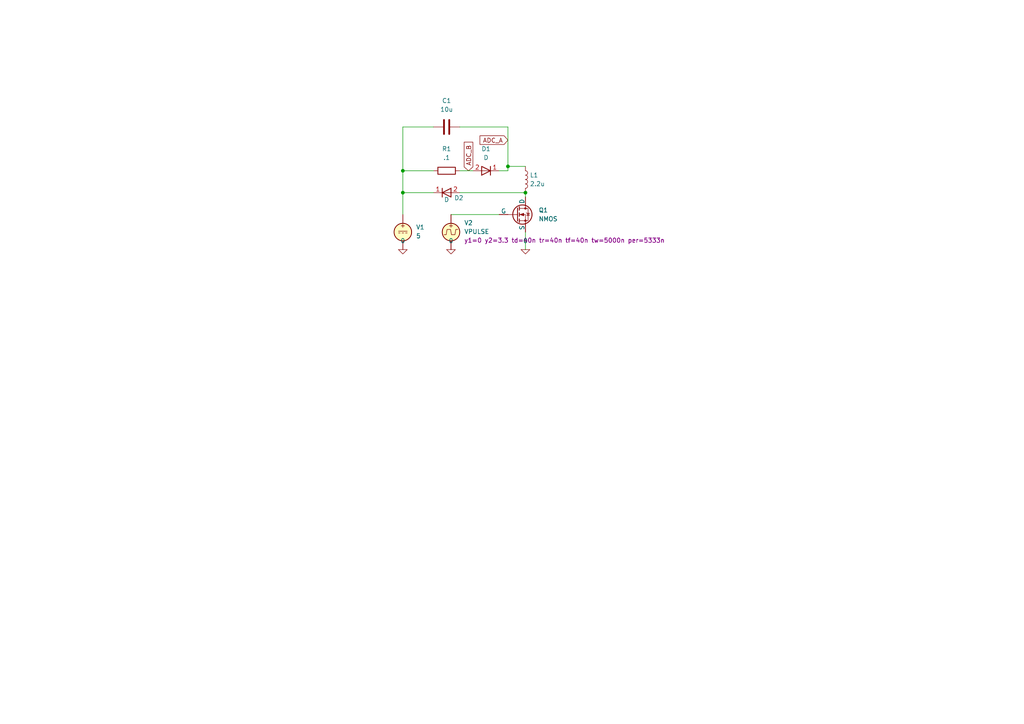
<source format=kicad_sch>
(kicad_sch (version 20231120) (generator "eeschema") (generator_version "8.0")
  (paper "A4")
  (lib_symbols
    (symbol "Device:C" (pin_numbers hide) (pin_names (offset 0.254))
      (property "Reference" "C" (at 0.635 2.54 0))
      (property "Value" "C" (at 0.635 -2.54 0))
      (symbol "C_0_1"
        (polyline (pts (xy -2.032 -0.762) (xy 2.032 -0.762)) (stroke (width 0.508)))
        (polyline (pts (xy -2.032 0.762) (xy 2.032 0.762)) (stroke (width 0.508)))
      )
      (symbol "C_1_1"
        (pin passive line (at 0 3.81 270) (length 2.794) (name "~") (number "1"))
        (pin passive line (at 0 -3.81 90) (length 2.794) (name "~") (number "2"))
      )
    )
    (symbol "Device:L" (pin_numbers hide) (pin_names (offset 1.016) hide)
      (property "Reference" "L" (at -1.27 0 90))
      (property "Value" "L" (at 1.905 0 90))
      (symbol "L_0_1"
        (arc (start 0 -2.54) (mid 0.6323 -1.905) (end 0 -1.27))
        (arc (start 0 -1.27) (mid 0.6323 -0.635) (end 0 0))
        (arc (start 0 0) (mid 0.6323 0.635) (end 0 1.27))
        (arc (start 0 1.27) (mid 0.6323 1.905) (end 0 2.54))
      )
      (symbol "L_1_1"
        (pin passive line (at 0 3.81 270) (length 1.27) (name "1") (number "1"))
        (pin passive line (at 0 -3.81 90) (length 1.27) (name "2") (number "2"))
      )
    )
    (symbol "Device:R" (pin_numbers hide) (pin_names (offset 0))
      (property "Reference" "R" (at 2.032 0 90))
      (property "Value" "R" (at 0 0 90))
      (symbol "R_0_1"
        (rectangle (start -1.016 -2.54) (end 1.016 2.54) (stroke (width 0.254)))
      )
      (symbol "R_1_1"
        (pin passive line (at 0 3.81 270) (length 1.27) (name "~") (number "1"))
        (pin passive line (at 0 -3.81 90) (length 1.27) (name "~") (number "2"))
      )
    )
    (symbol "Simulation_SPICE:0" (power) (pin_numbers hide) (pin_names (offset 0) hide)
      (property "Value" "0" (at 0 -2.54 0))
      (symbol "0_0_1"
        (polyline (pts (xy -1.27 0) (xy 0 -1.27) (xy 1.27 0) (xy -1.27 0)))
      )
      (symbol "0_1_1"
        (pin power_in line (at 0 0 0) (length 0) (name "~") (number "1"))
      )
    )
    (symbol "Simulation_SPICE:D" (pin_names (offset 1.016) hide)
      (property "Reference" "D" (at 0 2.54 0))
      (property "Value" "D" (at 0 -2.54 0))
      (symbol "D_0_1"
        (polyline (pts (xy -1.27 1.27) (xy -1.27 -1.27)) (stroke (width 0.254)))
        (polyline (pts (xy 1.27 0) (xy -1.27 0)))
        (polyline (pts (xy 1.27 1.27) (xy 1.27 -1.27) (xy -1.27 0) (xy 1.27 1.27)) (stroke (width 0.254)))
      )
      (symbol "D_1_1"
        (pin passive line (at -3.81 0 0) (length 2.54) (name "K") (number "1"))
        (pin passive line (at 3.81 0 180) (length 2.54) (name "A") (number "2"))
      )
    )
    (symbol "Simulation_SPICE:NMOS" (pin_numbers hide) (pin_names (offset 0))
      (property "Reference" "Q" (at 5.08 1.27 0))
      (property "Value" "NMOS" (at 5.08 -1.27 0))
      (symbol "NMOS_0_1"
        (polyline (pts (xy 0.254 0) (xy -2.54 0)))
        (polyline (pts (xy 0.254 1.905) (xy 0.254 -1.905)) (stroke (width 0.254)))
        (polyline (pts (xy 0.762 -1.27) (xy 0.762 -2.286)) (stroke (width 0.254)))
        (polyline (pts (xy 0.762 0.508) (xy 0.762 -0.508)) (stroke (width 0.254)))
        (polyline (pts (xy 0.762 2.286) (xy 0.762 1.27)) (stroke (width 0.254)))
        (polyline (pts (xy 2.54 2.54) (xy 2.54 1.778)))
        (polyline (pts (xy 2.54 -2.54) (xy 2.54 0) (xy 0.762 0)))
        (polyline (pts (xy 0.762 -1.778) (xy 3.302 -1.778) (xy 3.302 1.778) (xy 0.762 1.778)))
        (polyline (pts (xy 1.016 0) (xy 2.032 0.381) (xy 2.032 -0.381) (xy 1.016 0)) (fill (type outline)))
        (polyline (pts (xy 2.794 0.508) (xy 2.921 0.381) (xy 3.683 0.381) (xy 3.81 0.254)))
        (polyline (pts (xy 3.302 0.381) (xy 2.921 -0.254) (xy 3.683 -0.254) (xy 3.302 0.381)))
        (circle (center 1.651 0) (radius 2.794) (stroke (width 0.254)))
        (circle (center 2.54 -1.778) (radius 0.254) (fill (type outline)))
        (circle (center 2.54 1.778) (radius 0.254) (fill (type outline)))
      )
      (symbol "NMOS_1_1"
        (pin passive line (at 2.54 5.08 270) (length 2.54) (name "D") (number "1"))
        (pin input line (at -5.08 0 0) (length 2.54) (name "G") (number "2"))
        (pin passive line (at 2.54 -5.08 90) (length 2.54) (name "S") (number "3"))
      )
    )
    (symbol "Simulation_SPICE:VDC" (pin_numbers hide) (pin_names (offset 0.0254))
      (property "Reference" "V" (at 2.54 2.54 0))
      (property "Value" "1" (at 2.54 0 0))
      (symbol "VDC_0_0"
        (polyline (pts (xy -1.27 0.254) (xy 1.27 0.254)))
        (polyline (pts (xy -0.762 -0.254) (xy -1.27 -0.254)))
        (polyline (pts (xy 0.254 -0.254) (xy -0.254 -0.254)))
        (polyline (pts (xy 1.27 -0.254) (xy 0.762 -0.254)))
        (text "+" (at 0 1.905 0) (effects (font (size 1.27 1.27))))
      )
      (symbol "VDC_0_1"
        (circle (center 0 0) (radius 2.54) (stroke (width 0.254)) (fill (type background)))
      )
      (symbol "VDC_1_1"
        (pin passive line (at 0 5.08 270) (length 2.54) (name "~") (number "1"))
        (pin passive line (at 0 -5.08 90) (length 2.54) (name "~") (number "2"))
      )
    )
    (symbol "Simulation_SPICE:VPULSE" (pin_numbers hide) (pin_names (offset 0.0254))
      (property "Reference" "V" (at 2.54 2.54 0))
      (property "Value" "VPULSE" (at 2.54 0 0))
      (property "Sim.Params" "y1=0 y2=1 td=2n tr=2n tf=2n tw=50n per=100n" (at 2.54 -2.54 0))
      (symbol "VPULSE_0_0"
        (polyline (pts (xy -2.032 -0.762) (xy -1.397 -0.762) (xy -1.143 0.762) (xy -0.127 0.762) (xy 0.127 -0.762) (xy 1.143 -0.762) (xy 1.397 0.762) (xy 2.032 0.762)))
        (text "+" (at 0 1.905 0) (effects (font (size 1.27 1.27))))
      )
      (symbol "VPULSE_0_1"
        (circle (center 0 0) (radius 2.54) (stroke (width 0.254)) (fill (type background)))
      )
      (symbol "VPULSE_1_1"
        (pin passive line (at 0 5.08 270) (length 2.54) (name "~") (number "1"))
        (pin passive line (at 0 -5.08 90) (length 2.54) (name "~") (number "2"))
      )
    )
  )
  (junction (at 147.32 48.26))
  (junction (at 116.84 49.53))
  (junction (at 152.4 55.88))
  (junction (at 116.84 55.88))
  (wire (pts (xy 147.32 48.26) (xy 147.32 49.53)))
  (wire (pts (xy 147.32 48.26) (xy 152.4 48.26)))
  (wire (pts (xy 133.35 49.53) (xy 137.16 49.53)))
  (wire (pts (xy 116.84 49.53) (xy 116.84 55.88)))
  (wire (pts (xy 147.32 36.83) (xy 147.32 48.26)))
  (wire (pts (xy 116.84 36.83) (xy 116.84 49.53)))
  (wire (pts (xy 125.73 49.53) (xy 116.84 49.53)))
  (wire (pts (xy 116.84 55.88) (xy 125.73 55.88)))
  (wire (pts (xy 144.78 49.53) (xy 147.32 49.53)))
  (wire (pts (xy 152.4 67.31) (xy 152.4 72.39)))
  (wire (pts (xy 125.73 36.83) (xy 116.84 36.83)))
  (wire (pts (xy 152.4 55.88) (xy 152.4 57.15)))
  (wire (pts (xy 133.35 55.88) (xy 152.4 55.88)))
  (wire (pts (xy 133.35 36.83) (xy 147.32 36.83)))
  (wire (pts (xy 116.84 55.88) (xy 116.84 62.23)))
  (wire (pts (xy 130.81 62.23) (xy 144.78 62.23)))
  (global_label "ADC_B" (shape input) (at 135.89 49.53 90) (property "Intersheetrefs" "${INTERSHEET_REFS}" (effects (hide yes))))
  (global_label "ADC_A" (shape input) (at 147.32 40.64 180) (property "Intersheetrefs" "${INTERSHEET_REFS}" (effects (hide yes))))
  (symbol (lib_id "Simulation_SPICE:D") (at 129.54 55.88 0) (unit 1)
    (property "Reference" "D2" (at 133.096 57.404 0))
    (property "Value" "D" (at 129.54 57.912 0))
    (property "Datasheet" "https://ngspice.sourceforge.io/docs/ngspice-html-manual/manual.xhtml#cha_DIODEs" (effects (hide yes)))
    (property "Description" "Diode for simulation or PCB" (effects (hide yes)))
    (property "Sim.Device" "D" (effects (hide yes)))
    (property "Sim.Pins" "1=K 2=A" (effects (hide yes)))
    (property "Sim.Params" "rs=50m cjo=10p" (effects (hide yes)))
  )
  (symbol (lib_id "Simulation_SPICE:0") (at 152.4 72.39 0) (unit 1)
    (property "Reference" "#GND03" (effects (hide yes)))
    (property "Value" "0" (at 152.4 69.85 0))
    (property "Datasheet" "https://ngspice.sourceforge.io/docs/ngspice-html-manual/manual.xhtml#subsec_Circuit_elements__device" (effects (hide yes)))
    (property "Description" "0V reference potential for simulation" (effects (hide yes)))
  )
  (symbol (lib_id "Device:R") (at 129.54 49.53 90) (unit 1)
    (property "Reference" "R1" (at 129.54 43.18 90))
    (property "Value" ".1" (at 129.54 45.72 90))
    (property "Description" "Resistor" (effects (hide yes)))
  )
  (symbol (lib_id "Simulation_SPICE:NMOS") (at 149.86 62.23 0) (unit 1)
    (property "Reference" "Q1" (at 156.21 60.9599 0) (effects (justify left)))
    (property "Value" "NMOS" (at 156.21 63.4999 0) (effects (justify left)))
    (property "Datasheet" "https://ngspice.sourceforge.io/docs/ngspice-html-manual/manual.xhtml#cha_MOSFETs" (effects (hide yes)))
    (property "Description" "N-MOSFET transistor, drain/source/gate" (effects (hide yes)))
    (property "Sim.Device" "NMOS" (effects (hide yes)))
    (property "Sim.Type" "VDMOS" (effects (hide yes)))
    (property "Sim.Pins" "1=D 2=G 3=S" (effects (hide yes)))
  )
  (symbol (lib_id "Simulation_SPICE:0") (at 130.81 72.39 0) (unit 1)
    (property "Reference" "#GND02" (effects (hide yes)))
    (property "Value" "0" (at 130.81 69.85 0))
    (property "Datasheet" "https://ngspice.sourceforge.io/docs/ngspice-html-manual/manual.xhtml#subsec_Circuit_elements__device" (effects (hide yes)))
    (property "Description" "0V reference potential for simulation" (effects (hide yes)))
  )
  (symbol (lib_id "Simulation_SPICE:D") (at 140.97 49.53 180) (unit 1)
    (property "Reference" "D1" (at 140.97 43.18 0))
    (property "Value" "D" (at 140.97 45.72 0))
    (property "Datasheet" "https://ngspice.sourceforge.io/docs/ngspice-html-manual/manual.xhtml#cha_DIODEs" (effects (hide yes)))
    (property "Description" "Diode for simulation or PCB" (effects (hide yes)))
    (property "Sim.Device" "D" (effects (hide yes)))
    (property "Sim.Pins" "1=K 2=A" (effects (hide yes)))
    (property "Sim.Params" "rs=1850m cjo=10p IS=1a N=2" (effects (hide yes)))
  )
  (symbol (lib_id "Device:L") (at 152.4 52.07 0) (unit 1)
    (property "Reference" "L1" (at 153.67 50.7999 0) (effects (justify left)))
    (property "Value" "2.2u" (at 153.67 53.3399 0) (effects (justify left)))
    (property "Description" "Inductor" (effects (hide yes)))
  )
  (symbol (lib_id "Device:C") (at 129.54 36.83 90) (unit 1)
    (property "Reference" "C1" (at 129.54 29.21 90))
    (property "Value" "10u" (at 129.54 31.75 90))
    (property "Description" "Unpolarized capacitor" (effects (hide yes)))
  )
  (symbol (lib_id "Simulation_SPICE:0") (at 116.84 72.39 0) (unit 1)
    (property "Reference" "#GND01" (effects (hide yes)))
    (property "Value" "0" (at 116.84 69.85 0))
    (property "Datasheet" "https://ngspice.sourceforge.io/docs/ngspice-html-manual/manual.xhtml#subsec_Circuit_elements__device" (effects (hide yes)))
    (property "Description" "0V reference potential for simulation" (effects (hide yes)))
  )
  (symbol (lib_id "Simulation_SPICE:VPULSE") (at 130.81 67.31 0) (unit 1)
    (property "Reference" "V2" (at 134.62 64.6401 0) (effects (justify left)))
    (property "Value" "VPULSE" (at 134.62 67.1801 0) (effects (justify left)))
    (property "Datasheet" "https://ngspice.sourceforge.io/docs/ngspice-html-manual/manual.xhtml#sec_Independent_Sources_for" (effects (hide yes)))
    (property "Description" "Voltage source, pulse" (effects (hide yes)))
    (property "Sim.Pins" "1=+ 2=-" (effects (hide yes)))
    (property "Sim.Type" "PULSE" (effects (hide yes)))
    (property "Sim.Device" "V" (effects (hide yes)))
    (property "Sim.Params" "y1=0 y2=3.3 td=40n tr=40n tf=40n tw=5000n per=5333n" (at 134.62 69.7201 0) (effects (justify left)))
  )
  (symbol (lib_id "Simulation_SPICE:VDC") (at 116.84 67.31 0) (unit 1)
    (property "Reference" "V1" (at 120.65 65.9101 0) (effects (justify left)))
    (property "Value" "5" (at 120.65 68.4501 0) (effects (justify left)))
    (property "Datasheet" "https://ngspice.sourceforge.io/docs/ngspice-html-manual/manual.xhtml#sec_Independent_Sources_for" (effects (hide yes)))
    (property "Description" "Voltage source, DC" (effects (hide yes)))
    (property "Sim.Pins" "1=+ 2=-" (effects (hide yes)))
    (property "Sim.Type" "DC" (effects (hide yes)))
    (property "Sim.Device" "V" (effects (hide yes)))
  )
)
</source>
